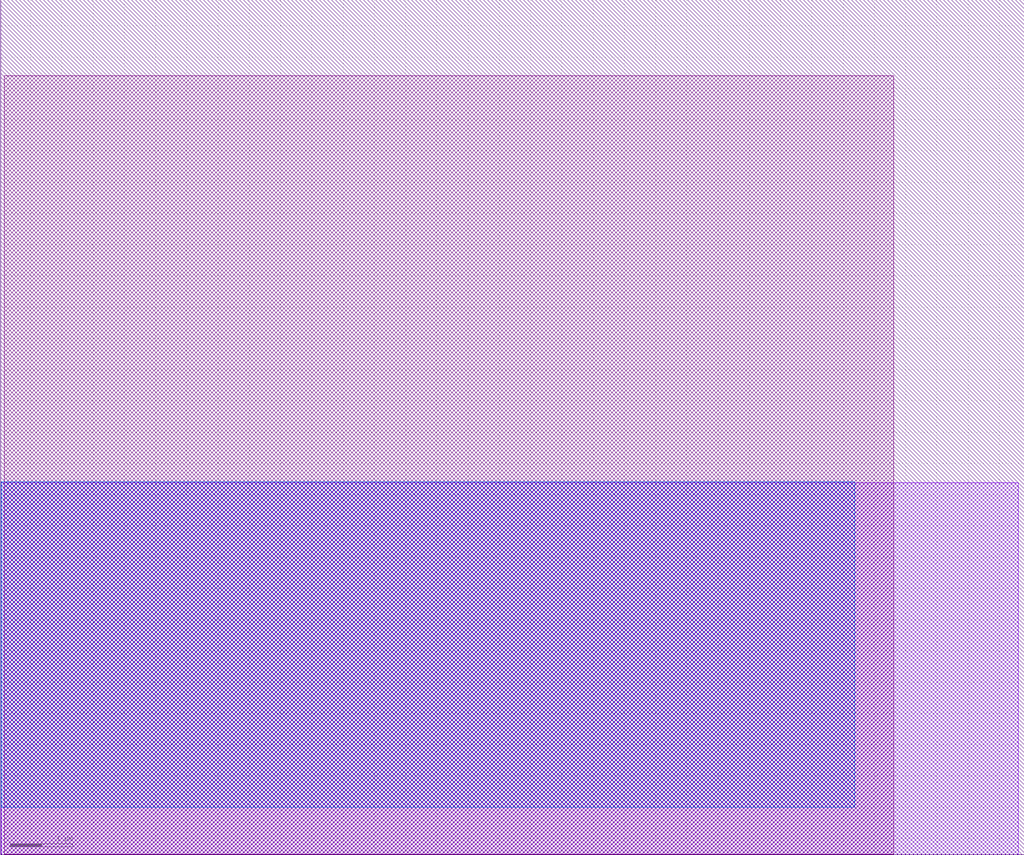
<source format=lef>
VERSION 5.7 ;
  NOWIREEXTENSIONATPIN ON ;
  DIVIDERCHAR "/" ;
  BUSBITCHARS "[]" ;
UNITS
  DATABASE MICRONS 200 ;
END UNITS

LAYER via2
  TYPE CUT ;
END via2

LAYER via
  TYPE CUT ;
END via

LAYER nwell
  TYPE MASTERSLICE ;
END nwell

LAYER via3
  TYPE CUT ;
END via3

LAYER pwell
  TYPE MASTERSLICE ;
END pwell

LAYER via4
  TYPE CUT ;
END via4

LAYER mcon
  TYPE CUT ;
END mcon

LAYER met6
  TYPE ROUTING ;
  WIDTH 0.030000 ;
  SPACING 0.040000 ;
  DIRECTION HORIZONTAL ;
END met6

LAYER met1
  TYPE ROUTING ;
  WIDTH 0.140000 ;
  SPACING 0.140000 ;
  DIRECTION HORIZONTAL ;
END met1

LAYER met3
  TYPE ROUTING ;
  WIDTH 0.300000 ;
  SPACING 0.300000 ;
  DIRECTION HORIZONTAL ;
END met3

LAYER met2
  TYPE ROUTING ;
  WIDTH 0.140000 ;
  SPACING 0.140000 ;
  DIRECTION HORIZONTAL ;
END met2

LAYER met4
  TYPE ROUTING ;
  WIDTH 0.300000 ;
  SPACING 0.300000 ;
  DIRECTION HORIZONTAL ;
END met4

LAYER met5
  TYPE ROUTING ;
  WIDTH 1.600000 ;
  SPACING 1.600000 ;
  DIRECTION HORIZONTAL ;
END met5

LAYER li1
  TYPE ROUTING ;
  WIDTH 0.170000 ;
  SPACING 0.170000 ;
  DIRECTION HORIZONTAL ;
END li1

MACRO sky130_hilas_DAC_bit6_01
  CLASS BLOCK ;
  FOREIGN sky130_hilas_DAC_bit6_01 ;
  ORIGIN -4.020 -5.240 ;
  SIZE 16.380 BY 13.680 ;
  OBS
      LAYER li1 ;
        RECT 4.080 5.250 18.310 17.700 ;
      LAYER met1 ;
        RECT 4.030 5.240 20.300 11.190 ;
      LAYER met2 ;
        RECT 4.030 6.000 17.690 11.210 ;
  END
END sky130_hilas_DAC_bit6_01
END LIBRARY


</source>
